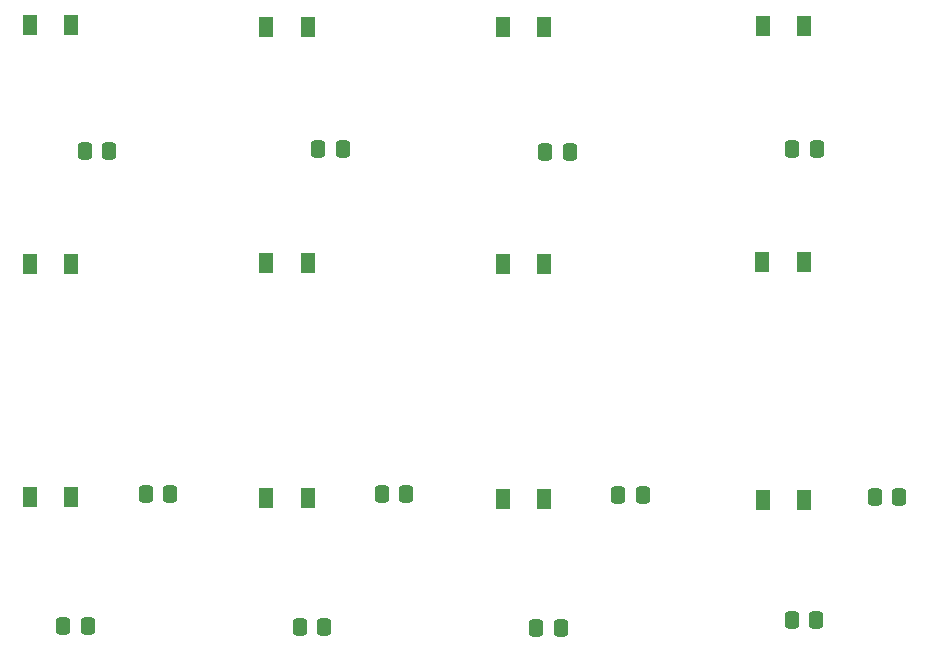
<source format=gbp>
G04 #@! TF.GenerationSoftware,KiCad,Pcbnew,(6.0.0)*
G04 #@! TF.CreationDate,2022-08-09T12:25:01+02:00*
G04 #@! TF.ProjectId,keyboard_v1.0,6b657962-6f61-4726-945f-76312e302e6b,rev?*
G04 #@! TF.SameCoordinates,Original*
G04 #@! TF.FileFunction,Paste,Bot*
G04 #@! TF.FilePolarity,Positive*
%FSLAX46Y46*%
G04 Gerber Fmt 4.6, Leading zero omitted, Abs format (unit mm)*
G04 Created by KiCad (PCBNEW (6.0.0)) date 2022-08-09 12:25:01*
%MOMM*%
%LPD*%
G01*
G04 APERTURE LIST*
G04 Aperture macros list*
%AMRoundRect*
0 Rectangle with rounded corners*
0 $1 Rounding radius*
0 $2 $3 $4 $5 $6 $7 $8 $9 X,Y pos of 4 corners*
0 Add a 4 corners polygon primitive as box body*
4,1,4,$2,$3,$4,$5,$6,$7,$8,$9,$2,$3,0*
0 Add four circle primitives for the rounded corners*
1,1,$1+$1,$2,$3*
1,1,$1+$1,$4,$5*
1,1,$1+$1,$6,$7*
1,1,$1+$1,$8,$9*
0 Add four rect primitives between the rounded corners*
20,1,$1+$1,$2,$3,$4,$5,0*
20,1,$1+$1,$4,$5,$6,$7,0*
20,1,$1+$1,$6,$7,$8,$9,0*
20,1,$1+$1,$8,$9,$2,$3,0*%
G04 Aperture macros list end*
%ADD10RoundRect,0.250000X0.337500X0.475000X-0.337500X0.475000X-0.337500X-0.475000X0.337500X-0.475000X0*%
%ADD11RoundRect,0.250000X-0.337500X-0.475000X0.337500X-0.475000X0.337500X0.475000X-0.337500X0.475000X0*%
%ADD12R,1.300000X1.700000*%
G04 APERTURE END LIST*
D10*
X54896500Y-79655000D03*
X52821500Y-79655000D03*
D11*
X97952500Y-108744000D03*
X100027500Y-108744000D03*
D10*
X114752500Y-119373000D03*
X112677500Y-119373000D03*
D12*
X68168000Y-69166000D03*
X71668000Y-69166000D03*
D10*
X114769500Y-79444000D03*
X112694500Y-79444000D03*
D12*
X88204000Y-89192000D03*
X91704000Y-89192000D03*
D10*
X73080500Y-119916000D03*
X71005500Y-119916000D03*
X93883500Y-79760000D03*
X91808500Y-79760000D03*
D11*
X119689500Y-108983000D03*
X121764500Y-108983000D03*
D12*
X68189000Y-89108000D03*
X71689000Y-89108000D03*
X88191000Y-109150000D03*
X91691000Y-109150000D03*
D10*
X74647500Y-79473000D03*
X72572500Y-79473000D03*
D12*
X110191000Y-69069000D03*
X113691000Y-69069000D03*
D10*
X93087500Y-120031000D03*
X91012500Y-120031000D03*
D12*
X48179000Y-89205000D03*
X51679000Y-89205000D03*
D11*
X57976500Y-108728000D03*
X60051500Y-108728000D03*
D12*
X110211000Y-109198000D03*
X113711000Y-109198000D03*
X88209000Y-69129000D03*
X91709000Y-69129000D03*
X110180000Y-89073000D03*
X113680000Y-89073000D03*
X68191000Y-109024000D03*
X71691000Y-109024000D03*
X48179000Y-108969000D03*
X51679000Y-108969000D03*
X48151000Y-69007000D03*
X51651000Y-69007000D03*
D10*
X53077500Y-119879000D03*
X51002500Y-119879000D03*
D11*
X77936500Y-108708000D03*
X80011500Y-108708000D03*
M02*

</source>
